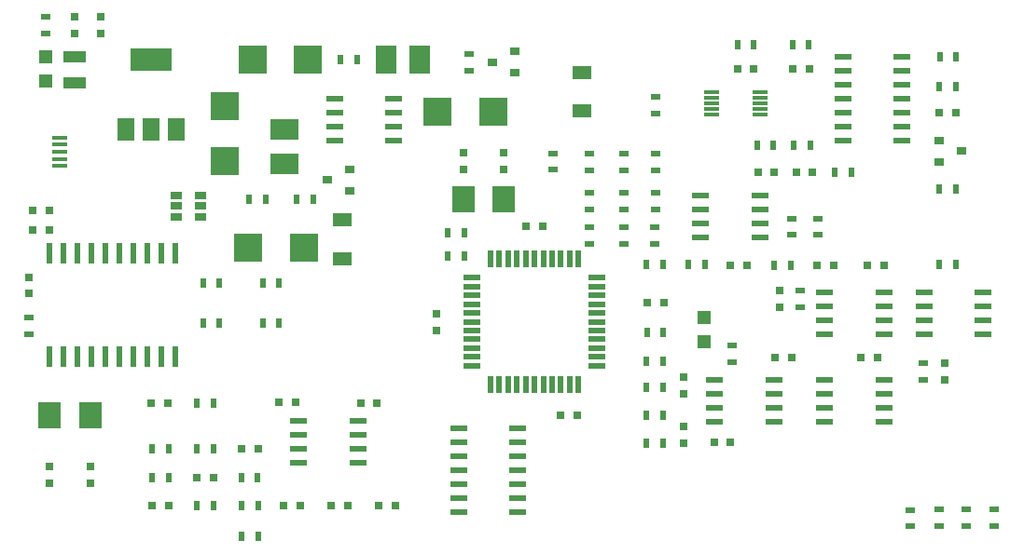
<source format=gtp>
G04 #@! TF.FileFunction,Paste,Top*
%FSLAX46Y46*%
G04 Gerber Fmt 4.6, Leading zero omitted, Abs format (unit mm)*
G04 Created by KiCad (PCBNEW 4.0.7-e2-6376~58~ubuntu16.04.1) date Mon Apr 23 04:55:53 2018*
%MOMM*%
%LPD*%
G01*
G04 APERTURE LIST*
%ADD10C,0.100000*%
%ADD11R,1.350000X0.400000*%
%ADD12R,0.500000X0.900000*%
%ADD13R,1.550000X0.600000*%
%ADD14R,0.600000X1.950000*%
%ADD15R,0.550000X1.500000*%
%ADD16R,1.500000X0.550000*%
%ADD17R,2.500000X2.550000*%
%ADD18R,2.550000X2.500000*%
%ADD19R,1.700000X1.300000*%
%ADD20R,2.030000X1.140000*%
%ADD21R,0.900000X0.800000*%
%ADD22R,1.500000X0.600000*%
%ADD23R,1.060000X0.650000*%
%ADD24R,3.800000X2.000000*%
%ADD25R,1.500000X2.000000*%
%ADD26R,1.400000X0.300000*%
%ADD27R,2.500000X1.950000*%
%ADD28R,1.950000X2.500000*%
%ADD29R,0.800000X0.750000*%
%ADD30R,0.750000X0.800000*%
%ADD31R,0.900000X0.500000*%
%ADD32R,2.000000X2.400000*%
%ADD33R,1.200000X1.200000*%
G04 APERTURE END LIST*
D10*
D11*
X94980000Y-73560000D03*
X94980000Y-74210000D03*
X94980000Y-74860000D03*
X94980000Y-75510000D03*
X94980000Y-76160000D03*
D12*
X112960000Y-107010000D03*
X111460000Y-107010000D03*
D13*
X154370000Y-95595000D03*
X154370000Y-96865000D03*
X154370000Y-98135000D03*
X154370000Y-99405000D03*
X159770000Y-99405000D03*
X159770000Y-98135000D03*
X159770000Y-96865000D03*
X159770000Y-95595000D03*
D14*
X93995000Y-93510000D03*
X95265000Y-93510000D03*
X96535000Y-93510000D03*
X97805000Y-93510000D03*
X99075000Y-93510000D03*
X100345000Y-93510000D03*
X101615000Y-93510000D03*
X102885000Y-93510000D03*
X104155000Y-93510000D03*
X105425000Y-93510000D03*
X105425000Y-84110000D03*
X104155000Y-84110000D03*
X102885000Y-84110000D03*
X101615000Y-84110000D03*
X100345000Y-84110000D03*
X99075000Y-84110000D03*
X97805000Y-84110000D03*
X96535000Y-84110000D03*
X95265000Y-84110000D03*
X93995000Y-84110000D03*
D15*
X134060000Y-96020000D03*
X134860000Y-96020000D03*
X135660000Y-96020000D03*
X136460000Y-96020000D03*
X137260000Y-96020000D03*
X138060000Y-96020000D03*
X138860000Y-96020000D03*
X139660000Y-96020000D03*
X140460000Y-96020000D03*
X141260000Y-96020000D03*
X142060000Y-96020000D03*
D16*
X143760000Y-94320000D03*
X143760000Y-93520000D03*
X143760000Y-92720000D03*
X143760000Y-91920000D03*
X143760000Y-91120000D03*
X143760000Y-90320000D03*
X143760000Y-89520000D03*
X143760000Y-88720000D03*
X143760000Y-87920000D03*
X143760000Y-87120000D03*
X143760000Y-86320000D03*
D15*
X142060000Y-84620000D03*
X141260000Y-84620000D03*
X140460000Y-84620000D03*
X139660000Y-84620000D03*
X138860000Y-84620000D03*
X138060000Y-84620000D03*
X137260000Y-84620000D03*
X136460000Y-84620000D03*
X135660000Y-84620000D03*
X134860000Y-84620000D03*
X134060000Y-84620000D03*
D16*
X132360000Y-86320000D03*
X132360000Y-87120000D03*
X132360000Y-87920000D03*
X132360000Y-88720000D03*
X132360000Y-89520000D03*
X132360000Y-90320000D03*
X132360000Y-91120000D03*
X132360000Y-91920000D03*
X132360000Y-92720000D03*
X132360000Y-93520000D03*
X132360000Y-94320000D03*
D17*
X109950000Y-75725000D03*
X109950000Y-70675000D03*
D18*
X117105000Y-83570000D03*
X112055000Y-83570000D03*
X134325000Y-71200000D03*
X129275000Y-71200000D03*
X112465000Y-66480000D03*
X117515000Y-66480000D03*
D19*
X120640000Y-84570000D03*
X120640000Y-81070000D03*
X142380000Y-67670000D03*
X142380000Y-71170000D03*
D20*
X96300000Y-68600000D03*
X96300000Y-66200000D03*
D21*
X174800000Y-73870000D03*
X174800000Y-75770000D03*
X176800000Y-74820000D03*
D22*
X131160000Y-100040000D03*
X131160000Y-101310000D03*
X131160000Y-102580000D03*
X131160000Y-103850000D03*
X131160000Y-105120000D03*
X131160000Y-106390000D03*
X131160000Y-107660000D03*
X136560000Y-107660000D03*
X136560000Y-106390000D03*
X136560000Y-105120000D03*
X136560000Y-103850000D03*
X136560000Y-102580000D03*
X136560000Y-101310000D03*
X136560000Y-100040000D03*
D23*
X105550000Y-78850000D03*
X105550000Y-79800000D03*
X105550000Y-80750000D03*
X107750000Y-80750000D03*
X107750000Y-78850000D03*
X107750000Y-79800000D03*
D13*
X125300000Y-73855000D03*
X125300000Y-72585000D03*
X125300000Y-71315000D03*
X125300000Y-70045000D03*
X119900000Y-70045000D03*
X119900000Y-71315000D03*
X119900000Y-72585000D03*
X119900000Y-73855000D03*
D24*
X103250000Y-66500000D03*
D25*
X103250000Y-72800000D03*
X105550000Y-72800000D03*
X100950000Y-72800000D03*
D22*
X166050000Y-66240000D03*
X166050000Y-67510000D03*
X166050000Y-68780000D03*
X166050000Y-70050000D03*
X166050000Y-71320000D03*
X166050000Y-72590000D03*
X166050000Y-73860000D03*
X171450000Y-73860000D03*
X171450000Y-72590000D03*
X171450000Y-71320000D03*
X171450000Y-70050000D03*
X171450000Y-68780000D03*
X171450000Y-67510000D03*
X171450000Y-66240000D03*
D13*
X164370000Y-87625000D03*
X164370000Y-88895000D03*
X164370000Y-90165000D03*
X164370000Y-91435000D03*
X169770000Y-91435000D03*
X169770000Y-90165000D03*
X169770000Y-88895000D03*
X169770000Y-87625000D03*
D26*
X154150000Y-69450000D03*
X154150000Y-69950000D03*
X154150000Y-70450000D03*
X154150000Y-70950000D03*
X154150000Y-71450000D03*
X158550000Y-71450000D03*
X158550000Y-70950000D03*
X158550000Y-70450000D03*
X158550000Y-69950000D03*
X158550000Y-69450000D03*
D13*
X173410000Y-87615000D03*
X173410000Y-88885000D03*
X173410000Y-90155000D03*
X173410000Y-91425000D03*
X178810000Y-91425000D03*
X178810000Y-90155000D03*
X178810000Y-88885000D03*
X178810000Y-87615000D03*
X164410000Y-95595000D03*
X164410000Y-96865000D03*
X164410000Y-98135000D03*
X164410000Y-99405000D03*
X169810000Y-99405000D03*
X169810000Y-98135000D03*
X169810000Y-96865000D03*
X169810000Y-95595000D03*
X122060000Y-103155000D03*
X122060000Y-101885000D03*
X122060000Y-100615000D03*
X122060000Y-99345000D03*
X116660000Y-99345000D03*
X116660000Y-100615000D03*
X116660000Y-101885000D03*
X116660000Y-103155000D03*
X153130000Y-78885000D03*
X153130000Y-80155000D03*
X153130000Y-81425000D03*
X153130000Y-82695000D03*
X158530000Y-82695000D03*
X158530000Y-81425000D03*
X158530000Y-80155000D03*
X158530000Y-78885000D03*
D21*
X121260000Y-78380000D03*
X121260000Y-76480000D03*
X119260000Y-77430000D03*
X136230000Y-67660000D03*
X136230000Y-65760000D03*
X134230000Y-66710000D03*
D27*
X115350000Y-75925000D03*
X115350000Y-72875000D03*
D28*
X127605000Y-66480000D03*
X124555000Y-66480000D03*
D29*
X94000000Y-81970000D03*
X92500000Y-81970000D03*
X92500000Y-80240000D03*
X94000000Y-80240000D03*
D30*
X129130000Y-89610000D03*
X129130000Y-91110000D03*
X92190000Y-86260000D03*
X92190000Y-87760000D03*
D29*
X103320000Y-107060000D03*
X104820000Y-107060000D03*
X103290000Y-97760000D03*
X104790000Y-97760000D03*
D30*
X131600000Y-76440000D03*
X131600000Y-74940000D03*
D29*
X125410000Y-107020000D03*
X123910000Y-107020000D03*
D30*
X135290000Y-76440000D03*
X135290000Y-74940000D03*
D29*
X138810000Y-81630000D03*
X137310000Y-81630000D03*
D30*
X98660000Y-64130000D03*
X98660000Y-62630000D03*
D29*
X148300000Y-88620000D03*
X149800000Y-88620000D03*
D30*
X96300000Y-64130000D03*
X96300000Y-62630000D03*
D29*
X141920000Y-98840000D03*
X140420000Y-98840000D03*
X167670000Y-93540000D03*
X169170000Y-93540000D03*
D30*
X160290000Y-89000000D03*
X160290000Y-87500000D03*
D29*
X156470000Y-67300000D03*
X157970000Y-67300000D03*
X165220000Y-85160000D03*
X163720000Y-85160000D03*
X169770000Y-85160000D03*
X168270000Y-85160000D03*
X163000000Y-67300000D03*
X161500000Y-67300000D03*
X154370000Y-101310000D03*
X155870000Y-101310000D03*
D30*
X151610000Y-96860000D03*
X151610000Y-95360000D03*
D29*
X111480000Y-101880000D03*
X112980000Y-101880000D03*
X161430000Y-93540000D03*
X159930000Y-93540000D03*
X176300000Y-71330000D03*
X174800000Y-71330000D03*
X119620000Y-107010000D03*
X121120000Y-107010000D03*
X155840000Y-85160000D03*
X157340000Y-85160000D03*
X116390000Y-97630000D03*
X114890000Y-97630000D03*
X116760000Y-107010000D03*
X115260000Y-107010000D03*
X159830000Y-76720000D03*
X158330000Y-76720000D03*
X123770000Y-97740000D03*
X122270000Y-97740000D03*
D30*
X175340000Y-95590000D03*
X175340000Y-94090000D03*
D29*
X107410000Y-104520000D03*
X108910000Y-104520000D03*
D30*
X151610000Y-101350000D03*
X151610000Y-99850000D03*
D29*
X163310000Y-76730000D03*
X161810000Y-76730000D03*
D31*
X139760000Y-76500000D03*
X139760000Y-75000000D03*
D12*
X131670000Y-84330000D03*
X130170000Y-84330000D03*
X131670000Y-82240000D03*
X130170000Y-82240000D03*
X113670000Y-79210000D03*
X112170000Y-79210000D03*
X116480000Y-79220000D03*
X117980000Y-79220000D03*
D31*
X172210000Y-108930000D03*
X172210000Y-107430000D03*
X174760000Y-108910000D03*
X174760000Y-107410000D03*
X177290000Y-108910000D03*
X177290000Y-107410000D03*
X179830000Y-108890000D03*
X179830000Y-107390000D03*
X132120000Y-67470000D03*
X132120000Y-65970000D03*
X143030000Y-75020000D03*
X143030000Y-76520000D03*
D12*
X121950000Y-66480000D03*
X120450000Y-66480000D03*
X148200000Y-85140000D03*
X149700000Y-85140000D03*
X112940000Y-104530000D03*
X111440000Y-104530000D03*
D31*
X146210000Y-78590000D03*
X146210000Y-80090000D03*
X146210000Y-76520000D03*
X146210000Y-75020000D03*
D12*
X156470000Y-65140000D03*
X157970000Y-65140000D03*
X161480000Y-65140000D03*
X162980000Y-65140000D03*
D31*
X162160000Y-87510000D03*
X162160000Y-89010000D03*
X173390000Y-94080000D03*
X173390000Y-95580000D03*
D12*
X176300000Y-85130000D03*
X174800000Y-85130000D03*
X161320000Y-85160000D03*
X159820000Y-85160000D03*
X176290000Y-68930000D03*
X174790000Y-68930000D03*
X176350000Y-66230000D03*
X174850000Y-66230000D03*
D31*
X149050000Y-69890000D03*
X149050000Y-71390000D03*
D12*
X149740000Y-96260000D03*
X148240000Y-96260000D03*
X149710000Y-101350000D03*
X148210000Y-101350000D03*
X148220000Y-98800000D03*
X149720000Y-98800000D03*
D31*
X146200000Y-83210000D03*
X146200000Y-81710000D03*
X148950000Y-83210000D03*
X148950000Y-81710000D03*
D12*
X152040000Y-85140000D03*
X153540000Y-85140000D03*
D31*
X155960000Y-92500000D03*
X155960000Y-94000000D03*
D12*
X158250000Y-74290000D03*
X159750000Y-74290000D03*
X176300000Y-78230000D03*
X174800000Y-78230000D03*
X161590000Y-74290000D03*
X163090000Y-74290000D03*
D31*
X149050000Y-76520000D03*
X149050000Y-75020000D03*
D12*
X165350000Y-76730000D03*
X166850000Y-76730000D03*
X108910000Y-107040000D03*
X107410000Y-107040000D03*
X108910000Y-97760000D03*
X107410000Y-97760000D03*
X107410000Y-101880000D03*
X108910000Y-101880000D03*
X103330000Y-101880000D03*
X104830000Y-101880000D03*
X111460000Y-109790000D03*
X112960000Y-109790000D03*
D31*
X149020000Y-78590000D03*
X149020000Y-80090000D03*
X161425000Y-82425000D03*
X161425000Y-80925000D03*
X163820000Y-82420000D03*
X163820000Y-80920000D03*
D12*
X148250000Y-93880000D03*
X149750000Y-93880000D03*
X149760000Y-91300000D03*
X148260000Y-91300000D03*
D31*
X93680000Y-64120000D03*
X93680000Y-62620000D03*
D12*
X109460000Y-86830000D03*
X107960000Y-86830000D03*
X109460000Y-90470000D03*
X107960000Y-90470000D03*
X114870000Y-86830000D03*
X113370000Y-86830000D03*
X114870000Y-90460000D03*
X113370000Y-90460000D03*
D31*
X92200000Y-89970000D03*
X92200000Y-91470000D03*
D30*
X94060000Y-104970000D03*
X94060000Y-103470000D03*
X97760000Y-104970000D03*
X97760000Y-103470000D03*
D32*
X94060000Y-98840000D03*
X97760000Y-98840000D03*
D31*
X143070000Y-83210000D03*
X143070000Y-81710000D03*
D33*
X153480000Y-92170000D03*
X153480000Y-89970000D03*
X93680000Y-66220000D03*
X93680000Y-68420000D03*
D32*
X131590000Y-79210000D03*
X135290000Y-79210000D03*
D12*
X103330000Y-104520000D03*
X104830000Y-104520000D03*
D31*
X143070000Y-80090000D03*
X143070000Y-78590000D03*
M02*

</source>
